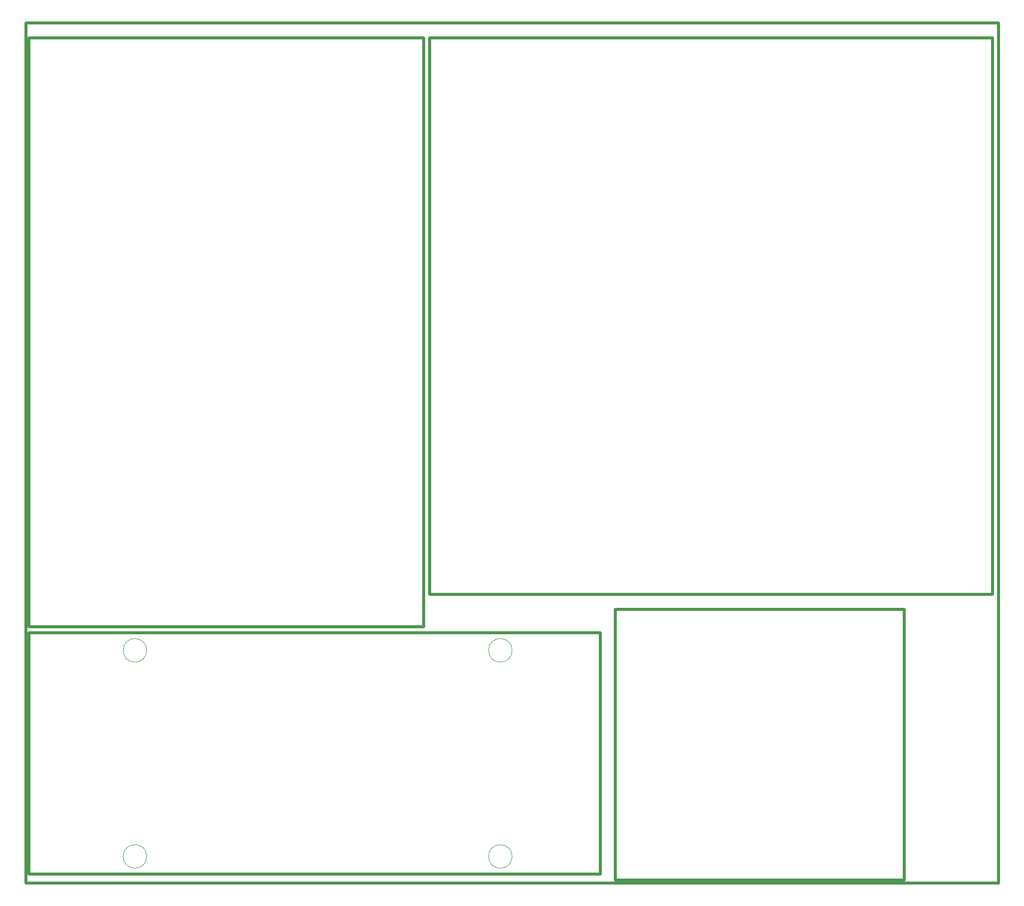
<source format=gbr>
%TF.GenerationSoftware,KiCad,Pcbnew,6.0.4+dfsg-1+b1*%
%TF.CreationDate,2022-05-05T15:10:20-03:00*%
%TF.ProjectId,painel1,7061696e-656c-4312-9e6b-696361645f70,rev?*%
%TF.SameCoordinates,Original*%
%TF.FileFunction,Profile,NP*%
%FSLAX46Y46*%
G04 Gerber Fmt 4.6, Leading zero omitted, Abs format (unit mm)*
G04 Created by KiCad (PCBNEW 6.0.4+dfsg-1+b1) date 2022-05-05 15:10:20*
%MOMM*%
%LPD*%
G01*
G04 APERTURE LIST*
%TA.AperFunction,Profile*%
%ADD10C,0.500000*%
%TD*%
%TA.AperFunction,Profile*%
%ADD11C,0.100000*%
%TD*%
G04 APERTURE END LIST*
D10*
X29500000Y-32000000D02*
X194500000Y-32000000D01*
X194500000Y-32000000D02*
X194500000Y-178000000D01*
X194500000Y-178000000D02*
X29500000Y-178000000D01*
X29500000Y-178000000D02*
X29500000Y-32000000D01*
X193500000Y-34500000D02*
X98000000Y-34500000D01*
X98000000Y-34500000D02*
X98000000Y-129000000D01*
X98000000Y-129000000D02*
X193500000Y-129000000D01*
X193500000Y-129000000D02*
X193500000Y-34500000D01*
D11*
X112000000Y-173500000D02*
G75*
G03*
X112000000Y-173500000I-2000000J0D01*
G01*
D10*
X30000000Y-176500000D02*
X127000000Y-176500000D01*
X129510000Y-177500000D02*
X178510000Y-177500000D01*
X178510000Y-177500000D02*
X178510000Y-131500000D01*
X178510000Y-131500000D02*
X129510000Y-131500000D01*
X129510000Y-131500000D02*
X129510000Y-177500000D01*
D11*
X50000000Y-138500000D02*
G75*
G03*
X50000000Y-138500000I-2000000J0D01*
G01*
X50000000Y-173500000D02*
G75*
G03*
X50000000Y-173500000I-2000000J0D01*
G01*
D10*
X30000000Y-34500000D02*
X97000000Y-34500000D01*
X97000000Y-34500000D02*
X97000000Y-134500000D01*
X97000000Y-134500000D02*
X30000000Y-134500000D01*
X30000000Y-134500000D02*
X30000000Y-34500000D01*
X127000000Y-176500000D02*
X127000000Y-135500000D01*
X30000000Y-135500000D02*
X30000000Y-176500000D01*
D11*
X112000000Y-138500000D02*
G75*
G03*
X112000000Y-138500000I-2000000J0D01*
G01*
D10*
X127000000Y-135500000D02*
X30000000Y-135500000D01*
M02*

</source>
